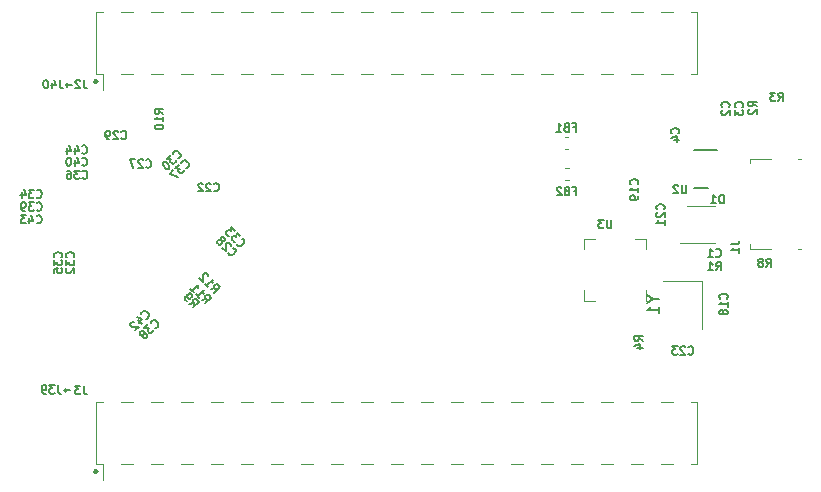
<source format=gbr>
G04 #@! TF.GenerationSoftware,KiCad,Pcbnew,(5.1.5)-3*
G04 #@! TF.CreationDate,2020-01-05T10:53:17-07:00*
G04 #@! TF.ProjectId,spi_control,7370695f-636f-46e7-9472-6f6c2e6b6963,A*
G04 #@! TF.SameCoordinates,Original*
G04 #@! TF.FileFunction,Legend,Bot*
G04 #@! TF.FilePolarity,Positive*
%FSLAX46Y46*%
G04 Gerber Fmt 4.6, Leading zero omitted, Abs format (unit mm)*
G04 Created by KiCad (PCBNEW (5.1.5)-3) date 2020-01-05 10:53:17*
%MOMM*%
%LPD*%
G04 APERTURE LIST*
%ADD10C,0.150000*%
%ADD11C,0.300000*%
%ADD12C,0.120000*%
G04 APERTURE END LIST*
D10*
X118243200Y-119887200D02*
X117709866Y-119887200D01*
X117843200Y-120020533D02*
X117709866Y-119887200D01*
X117843200Y-119753866D01*
X117176533Y-119453866D02*
X117176533Y-119953866D01*
X117209866Y-120053866D01*
X117276533Y-120120533D01*
X117376533Y-120153866D01*
X117443200Y-120153866D01*
X116909866Y-119453866D02*
X116476533Y-119453866D01*
X116709866Y-119720533D01*
X116609866Y-119720533D01*
X116543200Y-119753866D01*
X116509866Y-119787200D01*
X116476533Y-119853866D01*
X116476533Y-120020533D01*
X116509866Y-120087200D01*
X116543200Y-120120533D01*
X116609866Y-120153866D01*
X116809866Y-120153866D01*
X116876533Y-120120533D01*
X116909866Y-120087200D01*
X116143200Y-120153866D02*
X116009866Y-120153866D01*
X115943200Y-120120533D01*
X115909866Y-120087200D01*
X115843200Y-119987200D01*
X115809866Y-119853866D01*
X115809866Y-119587200D01*
X115843200Y-119520533D01*
X115876533Y-119487200D01*
X115943200Y-119453866D01*
X116076533Y-119453866D01*
X116143200Y-119487200D01*
X116176533Y-119520533D01*
X116209866Y-119587200D01*
X116209866Y-119753866D01*
X116176533Y-119820533D01*
X116143200Y-119853866D01*
X116076533Y-119887200D01*
X115943200Y-119887200D01*
X115876533Y-119853866D01*
X115843200Y-119820533D01*
X115809866Y-119753866D01*
X118395600Y-94030000D02*
X117862266Y-94030000D01*
X117995600Y-94163333D02*
X117862266Y-94030000D01*
X117995600Y-93896666D01*
X117328933Y-93596666D02*
X117328933Y-94096666D01*
X117362266Y-94196666D01*
X117428933Y-94263333D01*
X117528933Y-94296666D01*
X117595600Y-94296666D01*
X116695600Y-93830000D02*
X116695600Y-94296666D01*
X116862266Y-93563333D02*
X117028933Y-94063333D01*
X116595600Y-94063333D01*
X116195600Y-93596666D02*
X116128933Y-93596666D01*
X116062266Y-93630000D01*
X116028933Y-93663333D01*
X115995600Y-93730000D01*
X115962266Y-93863333D01*
X115962266Y-94030000D01*
X115995600Y-94163333D01*
X116028933Y-94230000D01*
X116062266Y-94263333D01*
X116128933Y-94296666D01*
X116195600Y-94296666D01*
X116262266Y-94263333D01*
X116295600Y-94230000D01*
X116328933Y-94163333D01*
X116362266Y-94030000D01*
X116362266Y-93863333D01*
X116328933Y-93730000D01*
X116295600Y-93663333D01*
X116262266Y-93630000D01*
X116195600Y-93596666D01*
D11*
X120496000Y-126746000D02*
G75*
G03X120496000Y-126746000I-100000J0D01*
G01*
X120496000Y-93726000D02*
G75*
G03X120496000Y-93726000I-100000J0D01*
G01*
D12*
X171703000Y-110649000D02*
X171703000Y-114649000D01*
X168403000Y-110649000D02*
X171703000Y-110649000D01*
X180082500Y-100266500D02*
X179822500Y-100266500D01*
X177542500Y-100266500D02*
X175772500Y-100266500D01*
X175772500Y-100266500D02*
X175772500Y-100646500D01*
X175772500Y-107886500D02*
X177542500Y-107886500D01*
X179822500Y-107886500D02*
X180082500Y-107886500D01*
X175772500Y-107886500D02*
X175772500Y-107506500D01*
X120990000Y-93080000D02*
X120990000Y-94440000D01*
X170770000Y-87880000D02*
X171340000Y-87880000D01*
X168230000Y-87880000D02*
X169250000Y-87880000D01*
X165690000Y-87880000D02*
X166710000Y-87880000D01*
X163150000Y-87880000D02*
X164170000Y-87880000D01*
X160610000Y-87880000D02*
X161630000Y-87880000D01*
X158070000Y-87880000D02*
X159090000Y-87880000D01*
X155530000Y-87880000D02*
X156550000Y-87880000D01*
X152990000Y-87880000D02*
X154010000Y-87880000D01*
X150450000Y-87880000D02*
X151470000Y-87880000D01*
X147910000Y-87880000D02*
X148930000Y-87880000D01*
X145370000Y-87880000D02*
X146390000Y-87880000D01*
X142830000Y-87880000D02*
X143850000Y-87880000D01*
X140290000Y-87880000D02*
X141310000Y-87880000D01*
X137750000Y-87880000D02*
X138770000Y-87880000D01*
X135210000Y-87880000D02*
X136230000Y-87880000D01*
X132670000Y-87880000D02*
X133690000Y-87880000D01*
X130130000Y-87880000D02*
X131150000Y-87880000D01*
X127590000Y-87880000D02*
X128610000Y-87880000D01*
X125050000Y-87880000D02*
X126070000Y-87880000D01*
X122510000Y-87880000D02*
X123530000Y-87880000D01*
X120420000Y-87880000D02*
X120990000Y-87880000D01*
X171340000Y-87880000D02*
X171340000Y-93080000D01*
X170770000Y-93080000D02*
X171340000Y-93080000D01*
X168230000Y-93080000D02*
X169250000Y-93080000D01*
X165690000Y-93080000D02*
X166710000Y-93080000D01*
X163150000Y-93080000D02*
X164170000Y-93080000D01*
X160610000Y-93080000D02*
X161630000Y-93080000D01*
X158070000Y-93080000D02*
X159090000Y-93080000D01*
X155530000Y-93080000D02*
X156550000Y-93080000D01*
X152990000Y-93080000D02*
X154010000Y-93080000D01*
X150450000Y-93080000D02*
X151470000Y-93080000D01*
X147910000Y-93080000D02*
X148930000Y-93080000D01*
X145370000Y-93080000D02*
X146390000Y-93080000D01*
X142830000Y-93080000D02*
X143850000Y-93080000D01*
X140290000Y-93080000D02*
X141310000Y-93080000D01*
X137750000Y-93080000D02*
X138770000Y-93080000D01*
X135210000Y-93080000D02*
X136230000Y-93080000D01*
X132670000Y-93080000D02*
X133690000Y-93080000D01*
X130130000Y-93080000D02*
X131150000Y-93080000D01*
X127590000Y-93080000D02*
X128610000Y-93080000D01*
X125050000Y-93080000D02*
X126070000Y-93080000D01*
X122510000Y-93080000D02*
X123530000Y-93080000D01*
X120420000Y-93080000D02*
X120990000Y-93080000D01*
X120420000Y-87880000D02*
X120420000Y-93080000D01*
X120990000Y-126074600D02*
X120990000Y-127434600D01*
X170770000Y-120874600D02*
X171340000Y-120874600D01*
X168230000Y-120874600D02*
X169250000Y-120874600D01*
X165690000Y-120874600D02*
X166710000Y-120874600D01*
X163150000Y-120874600D02*
X164170000Y-120874600D01*
X160610000Y-120874600D02*
X161630000Y-120874600D01*
X158070000Y-120874600D02*
X159090000Y-120874600D01*
X155530000Y-120874600D02*
X156550000Y-120874600D01*
X152990000Y-120874600D02*
X154010000Y-120874600D01*
X150450000Y-120874600D02*
X151470000Y-120874600D01*
X147910000Y-120874600D02*
X148930000Y-120874600D01*
X145370000Y-120874600D02*
X146390000Y-120874600D01*
X142830000Y-120874600D02*
X143850000Y-120874600D01*
X140290000Y-120874600D02*
X141310000Y-120874600D01*
X137750000Y-120874600D02*
X138770000Y-120874600D01*
X135210000Y-120874600D02*
X136230000Y-120874600D01*
X132670000Y-120874600D02*
X133690000Y-120874600D01*
X130130000Y-120874600D02*
X131150000Y-120874600D01*
X127590000Y-120874600D02*
X128610000Y-120874600D01*
X125050000Y-120874600D02*
X126070000Y-120874600D01*
X122510000Y-120874600D02*
X123530000Y-120874600D01*
X120420000Y-120874600D02*
X120990000Y-120874600D01*
X171340000Y-120874600D02*
X171340000Y-126074600D01*
X170770000Y-126074600D02*
X171340000Y-126074600D01*
X168230000Y-126074600D02*
X169250000Y-126074600D01*
X165690000Y-126074600D02*
X166710000Y-126074600D01*
X163150000Y-126074600D02*
X164170000Y-126074600D01*
X160610000Y-126074600D02*
X161630000Y-126074600D01*
X158070000Y-126074600D02*
X159090000Y-126074600D01*
X155530000Y-126074600D02*
X156550000Y-126074600D01*
X152990000Y-126074600D02*
X154010000Y-126074600D01*
X150450000Y-126074600D02*
X151470000Y-126074600D01*
X147910000Y-126074600D02*
X148930000Y-126074600D01*
X145370000Y-126074600D02*
X146390000Y-126074600D01*
X142830000Y-126074600D02*
X143850000Y-126074600D01*
X140290000Y-126074600D02*
X141310000Y-126074600D01*
X137750000Y-126074600D02*
X138770000Y-126074600D01*
X135210000Y-126074600D02*
X136230000Y-126074600D01*
X132670000Y-126074600D02*
X133690000Y-126074600D01*
X130130000Y-126074600D02*
X131150000Y-126074600D01*
X127590000Y-126074600D02*
X128610000Y-126074600D01*
X125050000Y-126074600D02*
X126070000Y-126074600D01*
X122510000Y-126074600D02*
X123530000Y-126074600D01*
X120420000Y-126074600D02*
X120990000Y-126074600D01*
X120420000Y-120874600D02*
X120420000Y-126074600D01*
X166948000Y-111374500D02*
X166948000Y-112274500D01*
X161728000Y-107054500D02*
X162628000Y-107054500D01*
X161728000Y-107954500D02*
X161728000Y-107054500D01*
X161728000Y-112274500D02*
X162628000Y-112274500D01*
X161728000Y-111374500D02*
X161728000Y-112274500D01*
X166948000Y-107054500D02*
X166048000Y-107054500D01*
X166948000Y-107954500D02*
X166948000Y-107054500D01*
D10*
X172990500Y-99530500D02*
X171065500Y-99530500D01*
X172215500Y-102780500D02*
X171065500Y-102780500D01*
D12*
X160085721Y-98423000D02*
X160411279Y-98423000D01*
X160085721Y-99443000D02*
X160411279Y-99443000D01*
X160111221Y-101090000D02*
X160436779Y-101090000D01*
X160111221Y-102110000D02*
X160436779Y-102110000D01*
X172840500Y-107404500D02*
X169890500Y-107404500D01*
X170440500Y-104304500D02*
X172840500Y-104304500D01*
D10*
X167579190Y-112172809D02*
X168055380Y-112172809D01*
X167055380Y-111839476D02*
X167579190Y-112172809D01*
X167055380Y-112506142D01*
X168055380Y-113363285D02*
X168055380Y-112791857D01*
X168055380Y-113077571D02*
X167055380Y-113077571D01*
X167198238Y-112982333D01*
X167293476Y-112887095D01*
X167341095Y-112791857D01*
X115385000Y-105685400D02*
X115418333Y-105718733D01*
X115518333Y-105752066D01*
X115585000Y-105752066D01*
X115685000Y-105718733D01*
X115751666Y-105652066D01*
X115785000Y-105585400D01*
X115818333Y-105452066D01*
X115818333Y-105352066D01*
X115785000Y-105218733D01*
X115751666Y-105152066D01*
X115685000Y-105085400D01*
X115585000Y-105052066D01*
X115518333Y-105052066D01*
X115418333Y-105085400D01*
X115385000Y-105118733D01*
X114785000Y-105285400D02*
X114785000Y-105752066D01*
X114951666Y-105018733D02*
X115118333Y-105518733D01*
X114685000Y-105518733D01*
X114485000Y-105052066D02*
X114051666Y-105052066D01*
X114285000Y-105318733D01*
X114185000Y-105318733D01*
X114118333Y-105352066D01*
X114085000Y-105385400D01*
X114051666Y-105452066D01*
X114051666Y-105618733D01*
X114085000Y-105685400D01*
X114118333Y-105718733D01*
X114185000Y-105752066D01*
X114385000Y-105752066D01*
X114451666Y-105718733D01*
X114485000Y-105685400D01*
X172900166Y-108517500D02*
X172933500Y-108550833D01*
X173033500Y-108584166D01*
X173100166Y-108584166D01*
X173200166Y-108550833D01*
X173266833Y-108484166D01*
X173300166Y-108417500D01*
X173333500Y-108284166D01*
X173333500Y-108184166D01*
X173300166Y-108050833D01*
X173266833Y-107984166D01*
X173200166Y-107917500D01*
X173100166Y-107884166D01*
X173033500Y-107884166D01*
X172933500Y-107917500D01*
X172900166Y-107950833D01*
X172233500Y-108584166D02*
X172633500Y-108584166D01*
X172433500Y-108584166D02*
X172433500Y-107884166D01*
X172500166Y-107984166D01*
X172566833Y-108050833D01*
X172633500Y-108084166D01*
X172900166Y-109727166D02*
X173133500Y-109393833D01*
X173300166Y-109727166D02*
X173300166Y-109027166D01*
X173033500Y-109027166D01*
X172966833Y-109060500D01*
X172933500Y-109093833D01*
X172900166Y-109160500D01*
X172900166Y-109260500D01*
X172933500Y-109327166D01*
X172966833Y-109360500D01*
X173033500Y-109393833D01*
X173300166Y-109393833D01*
X172233500Y-109727166D02*
X172633500Y-109727166D01*
X172433500Y-109727166D02*
X172433500Y-109027166D01*
X172500166Y-109127166D01*
X172566833Y-109193833D01*
X172633500Y-109227166D01*
X174178166Y-107526166D02*
X174678166Y-107526166D01*
X174778166Y-107492833D01*
X174844833Y-107426166D01*
X174878166Y-107326166D01*
X174878166Y-107259500D01*
X174878166Y-108226166D02*
X174878166Y-107826166D01*
X174878166Y-108026166D02*
X174178166Y-108026166D01*
X174278166Y-107959500D01*
X174344833Y-107892833D01*
X174378166Y-107826166D01*
X119359333Y-93596666D02*
X119359333Y-94096666D01*
X119392666Y-94196666D01*
X119459333Y-94263333D01*
X119559333Y-94296666D01*
X119626000Y-94296666D01*
X119059333Y-93663333D02*
X119026000Y-93630000D01*
X118959333Y-93596666D01*
X118792666Y-93596666D01*
X118726000Y-93630000D01*
X118692666Y-93663333D01*
X118659333Y-93730000D01*
X118659333Y-93796666D01*
X118692666Y-93896666D01*
X119092666Y-94296666D01*
X118659333Y-94296666D01*
X119359333Y-119504666D02*
X119359333Y-120004666D01*
X119392666Y-120104666D01*
X119459333Y-120171333D01*
X119559333Y-120204666D01*
X119626000Y-120204666D01*
X119092666Y-119504666D02*
X118659333Y-119504666D01*
X118892666Y-119771333D01*
X118792666Y-119771333D01*
X118726000Y-119804666D01*
X118692666Y-119838000D01*
X118659333Y-119904666D01*
X118659333Y-120071333D01*
X118692666Y-120138000D01*
X118726000Y-120171333D01*
X118792666Y-120204666D01*
X118992666Y-120204666D01*
X119059333Y-120171333D01*
X119092666Y-120138000D01*
X164058533Y-105433066D02*
X164058533Y-105999733D01*
X164025200Y-106066400D01*
X163991866Y-106099733D01*
X163925200Y-106133066D01*
X163791866Y-106133066D01*
X163725200Y-106099733D01*
X163691866Y-106066400D01*
X163658533Y-105999733D01*
X163658533Y-105433066D01*
X163391866Y-105433066D02*
X162958533Y-105433066D01*
X163191866Y-105699733D01*
X163091866Y-105699733D01*
X163025200Y-105733066D01*
X162991866Y-105766400D01*
X162958533Y-105833066D01*
X162958533Y-105999733D01*
X162991866Y-106066400D01*
X163025200Y-106099733D01*
X163091866Y-106133066D01*
X163291866Y-106133066D01*
X163358533Y-106099733D01*
X163391866Y-106066400D01*
X170395833Y-102486666D02*
X170395833Y-103053333D01*
X170362500Y-103120000D01*
X170329166Y-103153333D01*
X170262500Y-103186666D01*
X170129166Y-103186666D01*
X170062500Y-103153333D01*
X170029166Y-103120000D01*
X169995833Y-103053333D01*
X169995833Y-102486666D01*
X169695833Y-102553333D02*
X169662500Y-102520000D01*
X169595833Y-102486666D01*
X169429166Y-102486666D01*
X169362500Y-102520000D01*
X169329166Y-102553333D01*
X169295833Y-102620000D01*
X169295833Y-102686666D01*
X169329166Y-102786666D01*
X169729166Y-103186666D01*
X169295833Y-103186666D01*
X130118621Y-111325956D02*
X130519315Y-111255245D01*
X130401464Y-111608798D02*
X130896439Y-111113824D01*
X130707877Y-110925262D01*
X130637166Y-110901692D01*
X130590026Y-110901692D01*
X130519315Y-110925262D01*
X130448605Y-110995973D01*
X130425034Y-111066683D01*
X130425034Y-111113824D01*
X130448605Y-111184534D01*
X130637166Y-111373096D01*
X129647217Y-110854551D02*
X129930060Y-111137394D01*
X129788638Y-110995973D02*
X130283613Y-110500998D01*
X130260043Y-110618849D01*
X130260043Y-110713130D01*
X130283613Y-110783841D01*
X129906489Y-110218155D02*
X129906489Y-110171015D01*
X129882919Y-110100304D01*
X129765068Y-109982453D01*
X129694357Y-109958883D01*
X129647217Y-109958883D01*
X129576506Y-109982453D01*
X129529366Y-110029593D01*
X129482225Y-110123874D01*
X129482225Y-110689560D01*
X129175812Y-110383147D01*
X129356621Y-112231640D02*
X129757315Y-112160929D01*
X129639464Y-112514482D02*
X130134439Y-112019508D01*
X129945877Y-111830946D01*
X129875166Y-111807376D01*
X129828026Y-111807376D01*
X129757315Y-111830946D01*
X129686605Y-111901657D01*
X129663034Y-111972367D01*
X129663034Y-112019508D01*
X129686605Y-112090218D01*
X129875166Y-112278780D01*
X128885217Y-111760235D02*
X129168060Y-112043078D01*
X129026638Y-111901657D02*
X129521613Y-111406682D01*
X129498043Y-111524533D01*
X129498043Y-111618814D01*
X129521613Y-111689525D01*
X128413812Y-111288831D02*
X128696655Y-111571673D01*
X128555234Y-111430252D02*
X129050208Y-110935277D01*
X129026638Y-111053128D01*
X129026638Y-111147409D01*
X129050208Y-111218120D01*
X126097466Y-96451000D02*
X125764133Y-96217666D01*
X126097466Y-96051000D02*
X125397466Y-96051000D01*
X125397466Y-96317666D01*
X125430800Y-96384333D01*
X125464133Y-96417666D01*
X125530800Y-96451000D01*
X125630800Y-96451000D01*
X125697466Y-96417666D01*
X125730800Y-96384333D01*
X125764133Y-96317666D01*
X125764133Y-96051000D01*
X126097466Y-97117666D02*
X126097466Y-96717666D01*
X126097466Y-96917666D02*
X125397466Y-96917666D01*
X125497466Y-96851000D01*
X125564133Y-96784333D01*
X125597466Y-96717666D01*
X125397466Y-97551000D02*
X125397466Y-97617666D01*
X125430800Y-97684333D01*
X125464133Y-97717666D01*
X125530800Y-97751000D01*
X125664133Y-97784333D01*
X125830800Y-97784333D01*
X125964133Y-97751000D01*
X126030800Y-97717666D01*
X126064133Y-97684333D01*
X126097466Y-97617666D01*
X126097466Y-97551000D01*
X126064133Y-97484333D01*
X126030800Y-97451000D01*
X125964133Y-97417666D01*
X125830800Y-97384333D01*
X125664133Y-97384333D01*
X125530800Y-97417666D01*
X125464133Y-97451000D01*
X125430800Y-97484333D01*
X125397466Y-97551000D01*
X128319078Y-112574412D02*
X128719772Y-112503702D01*
X128601921Y-112857255D02*
X129096896Y-112362280D01*
X128908334Y-112173719D01*
X128837623Y-112150148D01*
X128790483Y-112150148D01*
X128719772Y-112173719D01*
X128649061Y-112244429D01*
X128625491Y-112315140D01*
X128625491Y-112362280D01*
X128649061Y-112432991D01*
X128837623Y-112621553D01*
X128083376Y-112338710D02*
X127989095Y-112244429D01*
X127965525Y-112173719D01*
X127965525Y-112126578D01*
X127989095Y-112008727D01*
X128059806Y-111890876D01*
X128248367Y-111702314D01*
X128319078Y-111678744D01*
X128366219Y-111678744D01*
X128436929Y-111702314D01*
X128531210Y-111796595D01*
X128554780Y-111867306D01*
X128554780Y-111914446D01*
X128531210Y-111985157D01*
X128413359Y-112103008D01*
X128342648Y-112126578D01*
X128295508Y-112126578D01*
X128224797Y-112103008D01*
X128130516Y-112008727D01*
X128106946Y-111938016D01*
X128106946Y-111890876D01*
X128130516Y-111820165D01*
X177154666Y-109435066D02*
X177388000Y-109101733D01*
X177554666Y-109435066D02*
X177554666Y-108735066D01*
X177288000Y-108735066D01*
X177221333Y-108768400D01*
X177188000Y-108801733D01*
X177154666Y-108868400D01*
X177154666Y-108968400D01*
X177188000Y-109035066D01*
X177221333Y-109068400D01*
X177288000Y-109101733D01*
X177554666Y-109101733D01*
X176754666Y-109035066D02*
X176821333Y-109001733D01*
X176854666Y-108968400D01*
X176888000Y-108901733D01*
X176888000Y-108868400D01*
X176854666Y-108801733D01*
X176821333Y-108768400D01*
X176754666Y-108735066D01*
X176621333Y-108735066D01*
X176554666Y-108768400D01*
X176521333Y-108801733D01*
X176488000Y-108868400D01*
X176488000Y-108901733D01*
X176521333Y-108968400D01*
X176554666Y-109001733D01*
X176621333Y-109035066D01*
X176754666Y-109035066D01*
X176821333Y-109068400D01*
X176854666Y-109101733D01*
X176888000Y-109168400D01*
X176888000Y-109301733D01*
X176854666Y-109368400D01*
X176821333Y-109401733D01*
X176754666Y-109435066D01*
X176621333Y-109435066D01*
X176554666Y-109401733D01*
X176521333Y-109368400D01*
X176488000Y-109301733D01*
X176488000Y-109168400D01*
X176521333Y-109101733D01*
X176554666Y-109068400D01*
X176621333Y-109035066D01*
X166686666Y-115707333D02*
X166353333Y-115474000D01*
X166686666Y-115307333D02*
X165986666Y-115307333D01*
X165986666Y-115574000D01*
X166020000Y-115640666D01*
X166053333Y-115674000D01*
X166120000Y-115707333D01*
X166220000Y-115707333D01*
X166286666Y-115674000D01*
X166320000Y-115640666D01*
X166353333Y-115574000D01*
X166353333Y-115307333D01*
X166220000Y-116307333D02*
X166686666Y-116307333D01*
X165953333Y-116140666D02*
X166453333Y-115974000D01*
X166453333Y-116407333D01*
X178170666Y-95376166D02*
X178404000Y-95042833D01*
X178570666Y-95376166D02*
X178570666Y-94676166D01*
X178304000Y-94676166D01*
X178237333Y-94709500D01*
X178204000Y-94742833D01*
X178170666Y-94809500D01*
X178170666Y-94909500D01*
X178204000Y-94976166D01*
X178237333Y-95009500D01*
X178304000Y-95042833D01*
X178570666Y-95042833D01*
X177937333Y-94676166D02*
X177504000Y-94676166D01*
X177737333Y-94942833D01*
X177637333Y-94942833D01*
X177570666Y-94976166D01*
X177537333Y-95009500D01*
X177504000Y-95076166D01*
X177504000Y-95242833D01*
X177537333Y-95309500D01*
X177570666Y-95342833D01*
X177637333Y-95376166D01*
X177837333Y-95376166D01*
X177904000Y-95342833D01*
X177937333Y-95309500D01*
X176338666Y-95831833D02*
X176005333Y-95598500D01*
X176338666Y-95431833D02*
X175638666Y-95431833D01*
X175638666Y-95698500D01*
X175672000Y-95765166D01*
X175705333Y-95798500D01*
X175772000Y-95831833D01*
X175872000Y-95831833D01*
X175938666Y-95798500D01*
X175972000Y-95765166D01*
X176005333Y-95698500D01*
X176005333Y-95431833D01*
X175705333Y-96098500D02*
X175672000Y-96131833D01*
X175638666Y-96198500D01*
X175638666Y-96365166D01*
X175672000Y-96431833D01*
X175705333Y-96465166D01*
X175772000Y-96498500D01*
X175838666Y-96498500D01*
X175938666Y-96465166D01*
X176338666Y-96065166D01*
X176338666Y-96498500D01*
X160831833Y-97613000D02*
X161065166Y-97613000D01*
X161065166Y-97979666D02*
X161065166Y-97279666D01*
X160731833Y-97279666D01*
X160231833Y-97613000D02*
X160131833Y-97646333D01*
X160098500Y-97679666D01*
X160065166Y-97746333D01*
X160065166Y-97846333D01*
X160098500Y-97913000D01*
X160131833Y-97946333D01*
X160198500Y-97979666D01*
X160465166Y-97979666D01*
X160465166Y-97279666D01*
X160231833Y-97279666D01*
X160165166Y-97313000D01*
X160131833Y-97346333D01*
X160098500Y-97413000D01*
X160098500Y-97479666D01*
X160131833Y-97546333D01*
X160165166Y-97579666D01*
X160231833Y-97613000D01*
X160465166Y-97613000D01*
X159398500Y-97979666D02*
X159798500Y-97979666D01*
X159598500Y-97979666D02*
X159598500Y-97279666D01*
X159665166Y-97379666D01*
X159731833Y-97446333D01*
X159798500Y-97479666D01*
X160857333Y-102980000D02*
X161090666Y-102980000D01*
X161090666Y-103346666D02*
X161090666Y-102646666D01*
X160757333Y-102646666D01*
X160257333Y-102980000D02*
X160157333Y-103013333D01*
X160124000Y-103046666D01*
X160090666Y-103113333D01*
X160090666Y-103213333D01*
X160124000Y-103280000D01*
X160157333Y-103313333D01*
X160224000Y-103346666D01*
X160490666Y-103346666D01*
X160490666Y-102646666D01*
X160257333Y-102646666D01*
X160190666Y-102680000D01*
X160157333Y-102713333D01*
X160124000Y-102780000D01*
X160124000Y-102846666D01*
X160157333Y-102913333D01*
X160190666Y-102946666D01*
X160257333Y-102980000D01*
X160490666Y-102980000D01*
X159824000Y-102713333D02*
X159790666Y-102680000D01*
X159724000Y-102646666D01*
X159557333Y-102646666D01*
X159490666Y-102680000D01*
X159457333Y-102713333D01*
X159424000Y-102780000D01*
X159424000Y-102846666D01*
X159457333Y-102946666D01*
X159857333Y-103346666D01*
X159424000Y-103346666D01*
X173554166Y-104012166D02*
X173554166Y-103312166D01*
X173387500Y-103312166D01*
X173287500Y-103345500D01*
X173220833Y-103412166D01*
X173187500Y-103478833D01*
X173154166Y-103612166D01*
X173154166Y-103712166D01*
X173187500Y-103845500D01*
X173220833Y-103912166D01*
X173287500Y-103978833D01*
X173387500Y-104012166D01*
X173554166Y-104012166D01*
X172487500Y-104012166D02*
X172887500Y-104012166D01*
X172687500Y-104012166D02*
X172687500Y-103312166D01*
X172754166Y-103412166D01*
X172820833Y-103478833D01*
X172887500Y-103512166D01*
X119230000Y-99780000D02*
X119263333Y-99813333D01*
X119363333Y-99846666D01*
X119430000Y-99846666D01*
X119530000Y-99813333D01*
X119596666Y-99746666D01*
X119630000Y-99680000D01*
X119663333Y-99546666D01*
X119663333Y-99446666D01*
X119630000Y-99313333D01*
X119596666Y-99246666D01*
X119530000Y-99180000D01*
X119430000Y-99146666D01*
X119363333Y-99146666D01*
X119263333Y-99180000D01*
X119230000Y-99213333D01*
X118630000Y-99380000D02*
X118630000Y-99846666D01*
X118796666Y-99113333D02*
X118963333Y-99613333D01*
X118530000Y-99613333D01*
X117963333Y-99380000D02*
X117963333Y-99846666D01*
X118130000Y-99113333D02*
X118296666Y-99613333D01*
X117863333Y-99613333D01*
X124651996Y-113801156D02*
X124699137Y-113801156D01*
X124793418Y-113754016D01*
X124840558Y-113706875D01*
X124887699Y-113612594D01*
X124887699Y-113518313D01*
X124864128Y-113447603D01*
X124793418Y-113329752D01*
X124722707Y-113259041D01*
X124604856Y-113188330D01*
X124534145Y-113164760D01*
X124439864Y-113164760D01*
X124345583Y-113211900D01*
X124298443Y-113259041D01*
X124251302Y-113353322D01*
X124251302Y-113400462D01*
X123944889Y-113942578D02*
X124274873Y-114272561D01*
X123874179Y-113636165D02*
X124345583Y-113871867D01*
X124039170Y-114178280D01*
X123591336Y-114060429D02*
X123544196Y-114060429D01*
X123473485Y-114083999D01*
X123355634Y-114201850D01*
X123332064Y-114272561D01*
X123332064Y-114319701D01*
X123355634Y-114390412D01*
X123402774Y-114437552D01*
X123497055Y-114484693D01*
X124062741Y-114484693D01*
X123756328Y-114791106D01*
X119240000Y-100805000D02*
X119273333Y-100838333D01*
X119373333Y-100871666D01*
X119440000Y-100871666D01*
X119540000Y-100838333D01*
X119606666Y-100771666D01*
X119640000Y-100705000D01*
X119673333Y-100571666D01*
X119673333Y-100471666D01*
X119640000Y-100338333D01*
X119606666Y-100271666D01*
X119540000Y-100205000D01*
X119440000Y-100171666D01*
X119373333Y-100171666D01*
X119273333Y-100205000D01*
X119240000Y-100238333D01*
X118640000Y-100405000D02*
X118640000Y-100871666D01*
X118806666Y-100138333D02*
X118973333Y-100638333D01*
X118540000Y-100638333D01*
X118140000Y-100171666D02*
X118073333Y-100171666D01*
X118006666Y-100205000D01*
X117973333Y-100238333D01*
X117940000Y-100305000D01*
X117906666Y-100438333D01*
X117906666Y-100605000D01*
X117940000Y-100738333D01*
X117973333Y-100805000D01*
X118006666Y-100838333D01*
X118073333Y-100871666D01*
X118140000Y-100871666D01*
X118206666Y-100838333D01*
X118240000Y-100805000D01*
X118273333Y-100738333D01*
X118306666Y-100605000D01*
X118306666Y-100438333D01*
X118273333Y-100305000D01*
X118240000Y-100238333D01*
X118206666Y-100205000D01*
X118140000Y-100171666D01*
X115385000Y-104605900D02*
X115418333Y-104639233D01*
X115518333Y-104672566D01*
X115585000Y-104672566D01*
X115685000Y-104639233D01*
X115751666Y-104572566D01*
X115785000Y-104505900D01*
X115818333Y-104372566D01*
X115818333Y-104272566D01*
X115785000Y-104139233D01*
X115751666Y-104072566D01*
X115685000Y-104005900D01*
X115585000Y-103972566D01*
X115518333Y-103972566D01*
X115418333Y-104005900D01*
X115385000Y-104039233D01*
X115151666Y-103972566D02*
X114718333Y-103972566D01*
X114951666Y-104239233D01*
X114851666Y-104239233D01*
X114785000Y-104272566D01*
X114751666Y-104305900D01*
X114718333Y-104372566D01*
X114718333Y-104539233D01*
X114751666Y-104605900D01*
X114785000Y-104639233D01*
X114851666Y-104672566D01*
X115051666Y-104672566D01*
X115118333Y-104639233D01*
X115151666Y-104605900D01*
X114385000Y-104672566D02*
X114251666Y-104672566D01*
X114185000Y-104639233D01*
X114151666Y-104605900D01*
X114085000Y-104505900D01*
X114051666Y-104372566D01*
X114051666Y-104105900D01*
X114085000Y-104039233D01*
X114118333Y-104005900D01*
X114185000Y-103972566D01*
X114318333Y-103972566D01*
X114385000Y-104005900D01*
X114418333Y-104039233D01*
X114451666Y-104105900D01*
X114451666Y-104272566D01*
X114418333Y-104339233D01*
X114385000Y-104372566D01*
X114318333Y-104405900D01*
X114185000Y-104405900D01*
X114118333Y-104372566D01*
X114085000Y-104339233D01*
X114051666Y-104272566D01*
X125438116Y-114570388D02*
X125485257Y-114570388D01*
X125579538Y-114523248D01*
X125626678Y-114476107D01*
X125673819Y-114381826D01*
X125673819Y-114287545D01*
X125650248Y-114216835D01*
X125579538Y-114098984D01*
X125508827Y-114028273D01*
X125390976Y-113957562D01*
X125320265Y-113933992D01*
X125225984Y-113933992D01*
X125131703Y-113981132D01*
X125084563Y-114028273D01*
X125037422Y-114122554D01*
X125037422Y-114169694D01*
X124825290Y-114287545D02*
X124518877Y-114593958D01*
X124872431Y-114617529D01*
X124801720Y-114688239D01*
X124778150Y-114758950D01*
X124778150Y-114806090D01*
X124801720Y-114876801D01*
X124919571Y-114994652D01*
X124990282Y-115018222D01*
X125037422Y-115018222D01*
X125108133Y-114994652D01*
X125249554Y-114853231D01*
X125273125Y-114782520D01*
X125273125Y-114735380D01*
X124448167Y-115088933D02*
X124471737Y-115018222D01*
X124471737Y-114971082D01*
X124448167Y-114900371D01*
X124424597Y-114876801D01*
X124353886Y-114853231D01*
X124306745Y-114853231D01*
X124236035Y-114876801D01*
X124141754Y-114971082D01*
X124118184Y-115041793D01*
X124118184Y-115088933D01*
X124141754Y-115159644D01*
X124165324Y-115183214D01*
X124236035Y-115206784D01*
X124283175Y-115206784D01*
X124353886Y-115183214D01*
X124448167Y-115088933D01*
X124518877Y-115065363D01*
X124566018Y-115065363D01*
X124636729Y-115088933D01*
X124731009Y-115183214D01*
X124754580Y-115253925D01*
X124754580Y-115301065D01*
X124731009Y-115371776D01*
X124636729Y-115466057D01*
X124566018Y-115489627D01*
X124518877Y-115489627D01*
X124448167Y-115466057D01*
X124353886Y-115371776D01*
X124330316Y-115301065D01*
X124330316Y-115253925D01*
X124353886Y-115183214D01*
X128053774Y-101052178D02*
X128100915Y-101052178D01*
X128195196Y-101005038D01*
X128242336Y-100957897D01*
X128289477Y-100863616D01*
X128289477Y-100769335D01*
X128265906Y-100698625D01*
X128195196Y-100580774D01*
X128124485Y-100510063D01*
X128006634Y-100439352D01*
X127935923Y-100415782D01*
X127841642Y-100415782D01*
X127747361Y-100462922D01*
X127700221Y-100510063D01*
X127653080Y-100604344D01*
X127653080Y-100651484D01*
X127440948Y-100769335D02*
X127134535Y-101075748D01*
X127488089Y-101099319D01*
X127417378Y-101170029D01*
X127393808Y-101240740D01*
X127393808Y-101287880D01*
X127417378Y-101358591D01*
X127535229Y-101476442D01*
X127605940Y-101500012D01*
X127653080Y-101500012D01*
X127723791Y-101476442D01*
X127865212Y-101335021D01*
X127888783Y-101264310D01*
X127888783Y-101217170D01*
X126969544Y-101240740D02*
X126639561Y-101570723D01*
X127346667Y-101853566D01*
X119255000Y-101905000D02*
X119288333Y-101938333D01*
X119388333Y-101971666D01*
X119455000Y-101971666D01*
X119555000Y-101938333D01*
X119621666Y-101871666D01*
X119655000Y-101805000D01*
X119688333Y-101671666D01*
X119688333Y-101571666D01*
X119655000Y-101438333D01*
X119621666Y-101371666D01*
X119555000Y-101305000D01*
X119455000Y-101271666D01*
X119388333Y-101271666D01*
X119288333Y-101305000D01*
X119255000Y-101338333D01*
X119021666Y-101271666D02*
X118588333Y-101271666D01*
X118821666Y-101538333D01*
X118721666Y-101538333D01*
X118655000Y-101571666D01*
X118621666Y-101605000D01*
X118588333Y-101671666D01*
X118588333Y-101838333D01*
X118621666Y-101905000D01*
X118655000Y-101938333D01*
X118721666Y-101971666D01*
X118921666Y-101971666D01*
X118988333Y-101938333D01*
X119021666Y-101905000D01*
X117988333Y-101271666D02*
X118121666Y-101271666D01*
X118188333Y-101305000D01*
X118221666Y-101338333D01*
X118288333Y-101438333D01*
X118321666Y-101571666D01*
X118321666Y-101838333D01*
X118288333Y-101905000D01*
X118255000Y-101938333D01*
X118188333Y-101971666D01*
X118055000Y-101971666D01*
X117988333Y-101938333D01*
X117955000Y-101905000D01*
X117921666Y-101838333D01*
X117921666Y-101671666D01*
X117955000Y-101605000D01*
X117988333Y-101571666D01*
X118055000Y-101538333D01*
X118188333Y-101538333D01*
X118255000Y-101571666D01*
X118288333Y-101605000D01*
X118321666Y-101671666D01*
X117463440Y-108612800D02*
X117496773Y-108579466D01*
X117530106Y-108479466D01*
X117530106Y-108412800D01*
X117496773Y-108312800D01*
X117430106Y-108246133D01*
X117363440Y-108212800D01*
X117230106Y-108179466D01*
X117130106Y-108179466D01*
X116996773Y-108212800D01*
X116930106Y-108246133D01*
X116863440Y-108312800D01*
X116830106Y-108412800D01*
X116830106Y-108479466D01*
X116863440Y-108579466D01*
X116896773Y-108612800D01*
X116830106Y-108846133D02*
X116830106Y-109279466D01*
X117096773Y-109046133D01*
X117096773Y-109146133D01*
X117130106Y-109212800D01*
X117163440Y-109246133D01*
X117230106Y-109279466D01*
X117396773Y-109279466D01*
X117463440Y-109246133D01*
X117496773Y-109212800D01*
X117530106Y-109146133D01*
X117530106Y-108946133D01*
X117496773Y-108879466D01*
X117463440Y-108846133D01*
X116830106Y-109912800D02*
X116830106Y-109579466D01*
X117163440Y-109546133D01*
X117130106Y-109579466D01*
X117096773Y-109646133D01*
X117096773Y-109812800D01*
X117130106Y-109879466D01*
X117163440Y-109912800D01*
X117230106Y-109946133D01*
X117396773Y-109946133D01*
X117463440Y-109912800D01*
X117496773Y-109879466D01*
X117530106Y-109812800D01*
X117530106Y-109646133D01*
X117496773Y-109579466D01*
X117463440Y-109546133D01*
X115385000Y-103526400D02*
X115418333Y-103559733D01*
X115518333Y-103593066D01*
X115585000Y-103593066D01*
X115685000Y-103559733D01*
X115751666Y-103493066D01*
X115785000Y-103426400D01*
X115818333Y-103293066D01*
X115818333Y-103193066D01*
X115785000Y-103059733D01*
X115751666Y-102993066D01*
X115685000Y-102926400D01*
X115585000Y-102893066D01*
X115518333Y-102893066D01*
X115418333Y-102926400D01*
X115385000Y-102959733D01*
X115151666Y-102893066D02*
X114718333Y-102893066D01*
X114951666Y-103159733D01*
X114851666Y-103159733D01*
X114785000Y-103193066D01*
X114751666Y-103226400D01*
X114718333Y-103293066D01*
X114718333Y-103459733D01*
X114751666Y-103526400D01*
X114785000Y-103559733D01*
X114851666Y-103593066D01*
X115051666Y-103593066D01*
X115118333Y-103559733D01*
X115151666Y-103526400D01*
X114118333Y-103126400D02*
X114118333Y-103593066D01*
X114285000Y-102859733D02*
X114451666Y-103359733D01*
X114018333Y-103359733D01*
X132344501Y-107450454D02*
X132344501Y-107497595D01*
X132391641Y-107591876D01*
X132438782Y-107639016D01*
X132533063Y-107686157D01*
X132627344Y-107686157D01*
X132698054Y-107662586D01*
X132815905Y-107591876D01*
X132886616Y-107521165D01*
X132957327Y-107403314D01*
X132980897Y-107332603D01*
X132980897Y-107238322D01*
X132933757Y-107144041D01*
X132886616Y-107096901D01*
X132792335Y-107049760D01*
X132745195Y-107049760D01*
X132627344Y-106837628D02*
X132320931Y-106531215D01*
X132297360Y-106884769D01*
X132226650Y-106814058D01*
X132155939Y-106790488D01*
X132108799Y-106790488D01*
X132038088Y-106814058D01*
X131920237Y-106931909D01*
X131896667Y-107002620D01*
X131896667Y-107049760D01*
X131920237Y-107120471D01*
X132061658Y-107261892D01*
X132132369Y-107285463D01*
X132179509Y-107285463D01*
X132155939Y-106366224D02*
X131849526Y-106059811D01*
X131825956Y-106413364D01*
X131755245Y-106342654D01*
X131684535Y-106319083D01*
X131637394Y-106319083D01*
X131566683Y-106342654D01*
X131448832Y-106460505D01*
X131425262Y-106531215D01*
X131425262Y-106578356D01*
X131448832Y-106649067D01*
X131590254Y-106790488D01*
X131660964Y-106814058D01*
X131708105Y-106814058D01*
X118512400Y-108617600D02*
X118545733Y-108584266D01*
X118579066Y-108484266D01*
X118579066Y-108417600D01*
X118545733Y-108317600D01*
X118479066Y-108250933D01*
X118412400Y-108217600D01*
X118279066Y-108184266D01*
X118179066Y-108184266D01*
X118045733Y-108217600D01*
X117979066Y-108250933D01*
X117912400Y-108317600D01*
X117879066Y-108417600D01*
X117879066Y-108484266D01*
X117912400Y-108584266D01*
X117945733Y-108617600D01*
X117879066Y-108850933D02*
X117879066Y-109284266D01*
X118145733Y-109050933D01*
X118145733Y-109150933D01*
X118179066Y-109217600D01*
X118212400Y-109250933D01*
X118279066Y-109284266D01*
X118445733Y-109284266D01*
X118512400Y-109250933D01*
X118545733Y-109217600D01*
X118579066Y-109150933D01*
X118579066Y-108950933D01*
X118545733Y-108884266D01*
X118512400Y-108850933D01*
X117945733Y-109550933D02*
X117912400Y-109584266D01*
X117879066Y-109650933D01*
X117879066Y-109817600D01*
X117912400Y-109884266D01*
X117945733Y-109917600D01*
X118012400Y-109950933D01*
X118079066Y-109950933D01*
X118179066Y-109917600D01*
X118579066Y-109517600D01*
X118579066Y-109950933D01*
X127342574Y-100239378D02*
X127389715Y-100239378D01*
X127483996Y-100192238D01*
X127531136Y-100145097D01*
X127578277Y-100050816D01*
X127578277Y-99956535D01*
X127554706Y-99885825D01*
X127483996Y-99767974D01*
X127413285Y-99697263D01*
X127295434Y-99626552D01*
X127224723Y-99602982D01*
X127130442Y-99602982D01*
X127036161Y-99650122D01*
X126989021Y-99697263D01*
X126941880Y-99791544D01*
X126941880Y-99838684D01*
X126729748Y-99956535D02*
X126423335Y-100262948D01*
X126776889Y-100286519D01*
X126706178Y-100357229D01*
X126682608Y-100427940D01*
X126682608Y-100475080D01*
X126706178Y-100545791D01*
X126824029Y-100663642D01*
X126894740Y-100687212D01*
X126941880Y-100687212D01*
X127012591Y-100663642D01*
X127154012Y-100522221D01*
X127177583Y-100451510D01*
X127177583Y-100404370D01*
X126116922Y-100569361D02*
X126069782Y-100616502D01*
X126046212Y-100687212D01*
X126046212Y-100734353D01*
X126069782Y-100805064D01*
X126140493Y-100922915D01*
X126258344Y-101040766D01*
X126376195Y-101111477D01*
X126446906Y-101135047D01*
X126494046Y-101135047D01*
X126564757Y-101111477D01*
X126611897Y-101064336D01*
X126635467Y-100993625D01*
X126635467Y-100946485D01*
X126611897Y-100875774D01*
X126541187Y-100757923D01*
X126423335Y-100640072D01*
X126305484Y-100569361D01*
X126234774Y-100545791D01*
X126187633Y-100545791D01*
X126116922Y-100569361D01*
X122550200Y-98548000D02*
X122583533Y-98581333D01*
X122683533Y-98614666D01*
X122750200Y-98614666D01*
X122850200Y-98581333D01*
X122916866Y-98514666D01*
X122950200Y-98448000D01*
X122983533Y-98314666D01*
X122983533Y-98214666D01*
X122950200Y-98081333D01*
X122916866Y-98014666D01*
X122850200Y-97948000D01*
X122750200Y-97914666D01*
X122683533Y-97914666D01*
X122583533Y-97948000D01*
X122550200Y-97981333D01*
X122283533Y-97981333D02*
X122250200Y-97948000D01*
X122183533Y-97914666D01*
X122016866Y-97914666D01*
X121950200Y-97948000D01*
X121916866Y-97981333D01*
X121883533Y-98048000D01*
X121883533Y-98114666D01*
X121916866Y-98214666D01*
X122316866Y-98614666D01*
X121883533Y-98614666D01*
X121550200Y-98614666D02*
X121416866Y-98614666D01*
X121350200Y-98581333D01*
X121316866Y-98548000D01*
X121250200Y-98448000D01*
X121216866Y-98314666D01*
X121216866Y-98048000D01*
X121250200Y-97981333D01*
X121283533Y-97948000D01*
X121350200Y-97914666D01*
X121483533Y-97914666D01*
X121550200Y-97948000D01*
X121583533Y-97981333D01*
X121616866Y-98048000D01*
X121616866Y-98214666D01*
X121583533Y-98281333D01*
X121550200Y-98314666D01*
X121483533Y-98348000D01*
X121350200Y-98348000D01*
X121283533Y-98314666D01*
X121250200Y-98281333D01*
X121216866Y-98214666D01*
X131595154Y-108225107D02*
X131595154Y-108272248D01*
X131642294Y-108366529D01*
X131689435Y-108413669D01*
X131783716Y-108460810D01*
X131877997Y-108460810D01*
X131948707Y-108437239D01*
X132066558Y-108366529D01*
X132137269Y-108295818D01*
X132207980Y-108177967D01*
X132231550Y-108107256D01*
X132231550Y-108012975D01*
X132184410Y-107918694D01*
X132137269Y-107871554D01*
X132042988Y-107824413D01*
X131995848Y-107824413D01*
X131807286Y-107635852D02*
X131807286Y-107588711D01*
X131783716Y-107518000D01*
X131665865Y-107400149D01*
X131595154Y-107376579D01*
X131548013Y-107376579D01*
X131477303Y-107400149D01*
X131430162Y-107447290D01*
X131383022Y-107541571D01*
X131383022Y-108107256D01*
X131076609Y-107800843D01*
X131076609Y-107235158D02*
X131147320Y-107258728D01*
X131194460Y-107258728D01*
X131265171Y-107235158D01*
X131288741Y-107211588D01*
X131312311Y-107140877D01*
X131312311Y-107093736D01*
X131288741Y-107023026D01*
X131194460Y-106928745D01*
X131123749Y-106905175D01*
X131076609Y-106905175D01*
X131005898Y-106928745D01*
X130982328Y-106952315D01*
X130958758Y-107023026D01*
X130958758Y-107070166D01*
X130982328Y-107140877D01*
X131076609Y-107235158D01*
X131100179Y-107305868D01*
X131100179Y-107353009D01*
X131076609Y-107423720D01*
X130982328Y-107518000D01*
X130911617Y-107541571D01*
X130864477Y-107541571D01*
X130793766Y-107518000D01*
X130699485Y-107423720D01*
X130675915Y-107353009D01*
X130675915Y-107305868D01*
X130699485Y-107235158D01*
X130793766Y-107140877D01*
X130864477Y-107117307D01*
X130911617Y-107117307D01*
X130982328Y-107140877D01*
X124656000Y-100961000D02*
X124689333Y-100994333D01*
X124789333Y-101027666D01*
X124856000Y-101027666D01*
X124956000Y-100994333D01*
X125022666Y-100927666D01*
X125056000Y-100861000D01*
X125089333Y-100727666D01*
X125089333Y-100627666D01*
X125056000Y-100494333D01*
X125022666Y-100427666D01*
X124956000Y-100361000D01*
X124856000Y-100327666D01*
X124789333Y-100327666D01*
X124689333Y-100361000D01*
X124656000Y-100394333D01*
X124389333Y-100394333D02*
X124356000Y-100361000D01*
X124289333Y-100327666D01*
X124122666Y-100327666D01*
X124056000Y-100361000D01*
X124022666Y-100394333D01*
X123989333Y-100461000D01*
X123989333Y-100527666D01*
X124022666Y-100627666D01*
X124422666Y-101027666D01*
X123989333Y-101027666D01*
X123756000Y-100327666D02*
X123289333Y-100327666D01*
X123589333Y-101027666D01*
X170556200Y-116785200D02*
X170589533Y-116818533D01*
X170689533Y-116851866D01*
X170756200Y-116851866D01*
X170856200Y-116818533D01*
X170922866Y-116751866D01*
X170956200Y-116685200D01*
X170989533Y-116551866D01*
X170989533Y-116451866D01*
X170956200Y-116318533D01*
X170922866Y-116251866D01*
X170856200Y-116185200D01*
X170756200Y-116151866D01*
X170689533Y-116151866D01*
X170589533Y-116185200D01*
X170556200Y-116218533D01*
X170289533Y-116218533D02*
X170256200Y-116185200D01*
X170189533Y-116151866D01*
X170022866Y-116151866D01*
X169956200Y-116185200D01*
X169922866Y-116218533D01*
X169889533Y-116285200D01*
X169889533Y-116351866D01*
X169922866Y-116451866D01*
X170322866Y-116851866D01*
X169889533Y-116851866D01*
X169656200Y-116151866D02*
X169222866Y-116151866D01*
X169456200Y-116418533D01*
X169356200Y-116418533D01*
X169289533Y-116451866D01*
X169256200Y-116485200D01*
X169222866Y-116551866D01*
X169222866Y-116718533D01*
X169256200Y-116785200D01*
X169289533Y-116818533D01*
X169356200Y-116851866D01*
X169556200Y-116851866D01*
X169622866Y-116818533D01*
X169656200Y-116785200D01*
X130396400Y-102967600D02*
X130429733Y-103000933D01*
X130529733Y-103034266D01*
X130596400Y-103034266D01*
X130696400Y-103000933D01*
X130763066Y-102934266D01*
X130796400Y-102867600D01*
X130829733Y-102734266D01*
X130829733Y-102634266D01*
X130796400Y-102500933D01*
X130763066Y-102434266D01*
X130696400Y-102367600D01*
X130596400Y-102334266D01*
X130529733Y-102334266D01*
X130429733Y-102367600D01*
X130396400Y-102400933D01*
X130129733Y-102400933D02*
X130096400Y-102367600D01*
X130029733Y-102334266D01*
X129863066Y-102334266D01*
X129796400Y-102367600D01*
X129763066Y-102400933D01*
X129729733Y-102467600D01*
X129729733Y-102534266D01*
X129763066Y-102634266D01*
X130163066Y-103034266D01*
X129729733Y-103034266D01*
X129463066Y-102400933D02*
X129429733Y-102367600D01*
X129363066Y-102334266D01*
X129196400Y-102334266D01*
X129129733Y-102367600D01*
X129096400Y-102400933D01*
X129063066Y-102467600D01*
X129063066Y-102534266D01*
X129096400Y-102634266D01*
X129496400Y-103034266D01*
X129063066Y-103034266D01*
X173835200Y-112122800D02*
X173868533Y-112089466D01*
X173901866Y-111989466D01*
X173901866Y-111922800D01*
X173868533Y-111822800D01*
X173801866Y-111756133D01*
X173735200Y-111722800D01*
X173601866Y-111689466D01*
X173501866Y-111689466D01*
X173368533Y-111722800D01*
X173301866Y-111756133D01*
X173235200Y-111822800D01*
X173201866Y-111922800D01*
X173201866Y-111989466D01*
X173235200Y-112089466D01*
X173268533Y-112122800D01*
X173901866Y-112789466D02*
X173901866Y-112389466D01*
X173901866Y-112589466D02*
X173201866Y-112589466D01*
X173301866Y-112522800D01*
X173368533Y-112456133D01*
X173401866Y-112389466D01*
X173501866Y-113189466D02*
X173468533Y-113122800D01*
X173435200Y-113089466D01*
X173368533Y-113056133D01*
X173335200Y-113056133D01*
X173268533Y-113089466D01*
X173235200Y-113122800D01*
X173201866Y-113189466D01*
X173201866Y-113322800D01*
X173235200Y-113389466D01*
X173268533Y-113422800D01*
X173335200Y-113456133D01*
X173368533Y-113456133D01*
X173435200Y-113422800D01*
X173468533Y-113389466D01*
X173501866Y-113322800D01*
X173501866Y-113189466D01*
X173535200Y-113122800D01*
X173568533Y-113089466D01*
X173635200Y-113056133D01*
X173768533Y-113056133D01*
X173835200Y-113089466D01*
X173868533Y-113122800D01*
X173901866Y-113189466D01*
X173901866Y-113322800D01*
X173868533Y-113389466D01*
X173835200Y-113422800D01*
X173768533Y-113456133D01*
X173635200Y-113456133D01*
X173568533Y-113422800D01*
X173535200Y-113389466D01*
X173501866Y-113322800D01*
X168501200Y-104553600D02*
X168534533Y-104520266D01*
X168567866Y-104420266D01*
X168567866Y-104353600D01*
X168534533Y-104253600D01*
X168467866Y-104186933D01*
X168401200Y-104153600D01*
X168267866Y-104120266D01*
X168167866Y-104120266D01*
X168034533Y-104153600D01*
X167967866Y-104186933D01*
X167901200Y-104253600D01*
X167867866Y-104353600D01*
X167867866Y-104420266D01*
X167901200Y-104520266D01*
X167934533Y-104553600D01*
X167934533Y-104820266D02*
X167901200Y-104853600D01*
X167867866Y-104920266D01*
X167867866Y-105086933D01*
X167901200Y-105153600D01*
X167934533Y-105186933D01*
X168001200Y-105220266D01*
X168067866Y-105220266D01*
X168167866Y-105186933D01*
X168567866Y-104786933D01*
X168567866Y-105220266D01*
X168567866Y-105886933D02*
X168567866Y-105486933D01*
X168567866Y-105686933D02*
X167867866Y-105686933D01*
X167967866Y-105620266D01*
X168034533Y-105553600D01*
X168067866Y-105486933D01*
X166264400Y-102443000D02*
X166297733Y-102409666D01*
X166331066Y-102309666D01*
X166331066Y-102243000D01*
X166297733Y-102143000D01*
X166231066Y-102076333D01*
X166164400Y-102043000D01*
X166031066Y-102009666D01*
X165931066Y-102009666D01*
X165797733Y-102043000D01*
X165731066Y-102076333D01*
X165664400Y-102143000D01*
X165631066Y-102243000D01*
X165631066Y-102309666D01*
X165664400Y-102409666D01*
X165697733Y-102443000D01*
X166331066Y-103109666D02*
X166331066Y-102709666D01*
X166331066Y-102909666D02*
X165631066Y-102909666D01*
X165731066Y-102843000D01*
X165797733Y-102776333D01*
X165831066Y-102709666D01*
X166331066Y-103443000D02*
X166331066Y-103576333D01*
X166297733Y-103643000D01*
X166264400Y-103676333D01*
X166164400Y-103743000D01*
X166031066Y-103776333D01*
X165764400Y-103776333D01*
X165697733Y-103743000D01*
X165664400Y-103709666D01*
X165631066Y-103643000D01*
X165631066Y-103509666D01*
X165664400Y-103443000D01*
X165697733Y-103409666D01*
X165764400Y-103376333D01*
X165931066Y-103376333D01*
X165997733Y-103409666D01*
X166031066Y-103443000D01*
X166064400Y-103509666D01*
X166064400Y-103643000D01*
X166031066Y-103709666D01*
X165997733Y-103743000D01*
X165931066Y-103776333D01*
X169731500Y-98117833D02*
X169764833Y-98084500D01*
X169798166Y-97984500D01*
X169798166Y-97917833D01*
X169764833Y-97817833D01*
X169698166Y-97751166D01*
X169631500Y-97717833D01*
X169498166Y-97684500D01*
X169398166Y-97684500D01*
X169264833Y-97717833D01*
X169198166Y-97751166D01*
X169131500Y-97817833D01*
X169098166Y-97917833D01*
X169098166Y-97984500D01*
X169131500Y-98084500D01*
X169164833Y-98117833D01*
X169331500Y-98717833D02*
X169798166Y-98717833D01*
X169064833Y-98551166D02*
X169564833Y-98384500D01*
X169564833Y-98817833D01*
X175129000Y-95895333D02*
X175162333Y-95862000D01*
X175195666Y-95762000D01*
X175195666Y-95695333D01*
X175162333Y-95595333D01*
X175095666Y-95528666D01*
X175029000Y-95495333D01*
X174895666Y-95462000D01*
X174795666Y-95462000D01*
X174662333Y-95495333D01*
X174595666Y-95528666D01*
X174529000Y-95595333D01*
X174495666Y-95695333D01*
X174495666Y-95762000D01*
X174529000Y-95862000D01*
X174562333Y-95895333D01*
X174495666Y-96128666D02*
X174495666Y-96562000D01*
X174762333Y-96328666D01*
X174762333Y-96428666D01*
X174795666Y-96495333D01*
X174829000Y-96528666D01*
X174895666Y-96562000D01*
X175062333Y-96562000D01*
X175129000Y-96528666D01*
X175162333Y-96495333D01*
X175195666Y-96428666D01*
X175195666Y-96228666D01*
X175162333Y-96162000D01*
X175129000Y-96128666D01*
X173986000Y-95895333D02*
X174019333Y-95862000D01*
X174052666Y-95762000D01*
X174052666Y-95695333D01*
X174019333Y-95595333D01*
X173952666Y-95528666D01*
X173886000Y-95495333D01*
X173752666Y-95462000D01*
X173652666Y-95462000D01*
X173519333Y-95495333D01*
X173452666Y-95528666D01*
X173386000Y-95595333D01*
X173352666Y-95695333D01*
X173352666Y-95762000D01*
X173386000Y-95862000D01*
X173419333Y-95895333D01*
X173419333Y-96162000D02*
X173386000Y-96195333D01*
X173352666Y-96262000D01*
X173352666Y-96428666D01*
X173386000Y-96495333D01*
X173419333Y-96528666D01*
X173486000Y-96562000D01*
X173552666Y-96562000D01*
X173652666Y-96528666D01*
X174052666Y-96128666D01*
X174052666Y-96562000D01*
M02*

</source>
